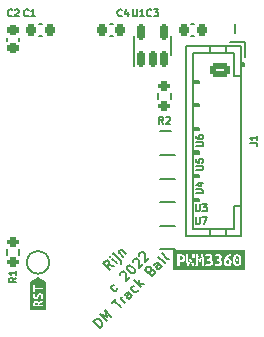
<source format=gto>
G04 #@! TF.GenerationSoftware,KiCad,Pcbnew,(6.0.5)*
G04 #@! TF.CreationDate,2022-07-09T20:48:00-07:00*
G04 #@! TF.ProjectId,track_ball,74726163-6b5f-4626-916c-6c2e6b696361,1*
G04 #@! TF.SameCoordinates,Original*
G04 #@! TF.FileFunction,Legend,Top*
G04 #@! TF.FilePolarity,Positive*
%FSLAX46Y46*%
G04 Gerber Fmt 4.6, Leading zero omitted, Abs format (unit mm)*
G04 Created by KiCad (PCBNEW (6.0.5)) date 2022-07-09 20:48:00*
%MOMM*%
%LPD*%
G01*
G04 APERTURE LIST*
G04 Aperture macros list*
%AMRoundRect*
0 Rectangle with rounded corners*
0 $1 Rounding radius*
0 $2 $3 $4 $5 $6 $7 $8 $9 X,Y pos of 4 corners*
0 Add a 4 corners polygon primitive as box body*
4,1,4,$2,$3,$4,$5,$6,$7,$8,$9,$2,$3,0*
0 Add four circle primitives for the rounded corners*
1,1,$1+$1,$2,$3*
1,1,$1+$1,$4,$5*
1,1,$1+$1,$6,$7*
1,1,$1+$1,$8,$9*
0 Add four rect primitives between the rounded corners*
20,1,$1+$1,$2,$3,$4,$5,0*
20,1,$1+$1,$4,$5,$6,$7,0*
20,1,$1+$1,$6,$7,$8,$9,0*
20,1,$1+$1,$8,$9,$2,$3,0*%
%AMFreePoly0*
4,1,7,0.100000,-0.225000,-0.100000,-0.225000,-0.100000,0.075000,-0.200000,0.075000,-0.200000,0.225000,0.100000,0.225000,0.100000,-0.225000,0.100000,-0.225000,$1*%
G04 Aperture macros list end*
%ADD10C,0.152400*%
%ADD11C,0.127000*%
%ADD12RoundRect,0.150000X0.150000X-0.512500X0.150000X0.512500X-0.150000X0.512500X-0.150000X-0.512500X0*%
%ADD13FreePoly0,90.000000*%
%ADD14R,0.450000X0.200000*%
%ADD15RoundRect,0.225000X-0.250000X0.225000X-0.250000X-0.225000X0.250000X-0.225000X0.250000X0.225000X0*%
%ADD16R,1.200000X1.200000*%
%ADD17C,1.200000*%
%ADD18C,1.500000*%
%ADD19RoundRect,0.250000X-0.625000X0.350000X-0.625000X-0.350000X0.625000X-0.350000X0.625000X0.350000X0*%
%ADD20O,1.750000X1.200000*%
%ADD21RoundRect,0.225000X-0.225000X-0.250000X0.225000X-0.250000X0.225000X0.250000X-0.225000X0.250000X0*%
%ADD22RoundRect,0.200000X0.275000X-0.200000X0.275000X0.200000X-0.275000X0.200000X-0.275000X-0.200000X0*%
%ADD23RoundRect,0.200000X-0.275000X0.200000X-0.275000X-0.200000X0.275000X-0.200000X0.275000X0.200000X0*%
%ADD24C,0.700000*%
%ADD25C,4.400000*%
%ADD26RoundRect,0.225000X0.225000X0.250000X-0.225000X0.250000X-0.225000X-0.250000X0.225000X-0.250000X0*%
G04 APERTURE END LIST*
D10*
X180872571Y-77687047D02*
X180872571Y-76912952D01*
X170955790Y-99309472D02*
X170928421Y-99391577D01*
X170818948Y-99501051D01*
X170736843Y-99528419D01*
X170682106Y-99528419D01*
X170600001Y-99501051D01*
X170435790Y-99336840D01*
X170408422Y-99254735D01*
X170408422Y-99199998D01*
X170435790Y-99117893D01*
X170545264Y-99008420D01*
X170627369Y-98981051D01*
X171120000Y-98159999D02*
X171120000Y-98105262D01*
X171147369Y-98023157D01*
X171284211Y-97886315D01*
X171366316Y-97858947D01*
X171421053Y-97858947D01*
X171503158Y-97886315D01*
X171557895Y-97941052D01*
X171612631Y-98050526D01*
X171612631Y-98707367D01*
X171968420Y-98351578D01*
X171749473Y-97421053D02*
X171804210Y-97366316D01*
X171886315Y-97338947D01*
X171941052Y-97338947D01*
X172023157Y-97366316D01*
X172159999Y-97448421D01*
X172296841Y-97585263D01*
X172378946Y-97722105D01*
X172406315Y-97804210D01*
X172406315Y-97858947D01*
X172378946Y-97941052D01*
X172324210Y-97995789D01*
X172242104Y-98023157D01*
X172187368Y-98023157D01*
X172105262Y-97995789D01*
X171968420Y-97913684D01*
X171831579Y-97776842D01*
X171749473Y-97640000D01*
X171722105Y-97557895D01*
X171722105Y-97503158D01*
X171749473Y-97421053D01*
X172214736Y-97065263D02*
X172214736Y-97010527D01*
X172242104Y-96928421D01*
X172378946Y-96791579D01*
X172461052Y-96764211D01*
X172515788Y-96764211D01*
X172597894Y-96791579D01*
X172652630Y-96846316D01*
X172707367Y-96955790D01*
X172707367Y-97612631D01*
X173063156Y-97256842D01*
X172762104Y-96517895D02*
X172762104Y-96463159D01*
X172789472Y-96381053D01*
X172926314Y-96244211D01*
X173008420Y-96216843D01*
X173063156Y-96216843D01*
X173145262Y-96244211D01*
X173199998Y-96298948D01*
X173254735Y-96408422D01*
X173254735Y-97065263D01*
X173610524Y-96709474D01*
X170604210Y-97415788D02*
X170138947Y-97333683D01*
X170275789Y-97744209D02*
X169701053Y-97169473D01*
X169920000Y-96950526D01*
X170002105Y-96923157D01*
X170056842Y-96923157D01*
X170138947Y-96950526D01*
X170221053Y-97032631D01*
X170248421Y-97114736D01*
X170248421Y-97169473D01*
X170221053Y-97251578D01*
X170002105Y-97470525D01*
X170850526Y-97169473D02*
X170467368Y-96786315D01*
X170275789Y-96594737D02*
X170275789Y-96649473D01*
X170330526Y-96649473D01*
X170330526Y-96594737D01*
X170275789Y-96594737D01*
X170330526Y-96649473D01*
X170741052Y-96512631D02*
X171233683Y-97005262D01*
X171261052Y-97087368D01*
X171233683Y-97169473D01*
X171206315Y-97196841D01*
X170549473Y-96321053D02*
X170549473Y-96375789D01*
X170604210Y-96375789D01*
X170604210Y-96321053D01*
X170549473Y-96321053D01*
X170604210Y-96375789D01*
X171014736Y-96238947D02*
X171397894Y-96622105D01*
X171069473Y-96293684D02*
X171069473Y-96238947D01*
X171096841Y-96156842D01*
X171178946Y-96074737D01*
X171261052Y-96047369D01*
X171343157Y-96074737D01*
X171644209Y-96375789D01*
X169458949Y-102661050D02*
X168884213Y-102086313D01*
X169021055Y-101949471D01*
X169130528Y-101894734D01*
X169240002Y-101894734D01*
X169322107Y-101922103D01*
X169458949Y-102004208D01*
X169541054Y-102086313D01*
X169623159Y-102223155D01*
X169650528Y-102305260D01*
X169650528Y-102414734D01*
X169595791Y-102524208D01*
X169458949Y-102661050D01*
X170033685Y-102086313D02*
X169458949Y-101511577D01*
X170061054Y-101730524D01*
X169842107Y-101128419D01*
X170416843Y-101703156D01*
X170471580Y-100498946D02*
X170800001Y-100170525D01*
X171210527Y-100909472D02*
X170635790Y-100334736D01*
X171566316Y-100553683D02*
X171183158Y-100170525D01*
X171292632Y-100279999D02*
X171265263Y-100197894D01*
X171265263Y-100143157D01*
X171292632Y-100061052D01*
X171347369Y-100006315D01*
X172168420Y-99951578D02*
X171867368Y-99650526D01*
X171785263Y-99623157D01*
X171703158Y-99650526D01*
X171593684Y-99759999D01*
X171566316Y-99842104D01*
X172141052Y-99924210D02*
X172113684Y-100006315D01*
X171976842Y-100143157D01*
X171894737Y-100170525D01*
X171812631Y-100143157D01*
X171757895Y-100088420D01*
X171730526Y-100006315D01*
X171757895Y-99924210D01*
X171894737Y-99787368D01*
X171922105Y-99705262D01*
X172661052Y-99404210D02*
X172633683Y-99486315D01*
X172524210Y-99595789D01*
X172442104Y-99623157D01*
X172387368Y-99623157D01*
X172305262Y-99595789D01*
X172141052Y-99431579D01*
X172113684Y-99349473D01*
X172113684Y-99294737D01*
X172141052Y-99212631D01*
X172250526Y-99103158D01*
X172332631Y-99075789D01*
X172934736Y-99185263D02*
X172359999Y-98610527D01*
X172770525Y-98911579D02*
X173153683Y-98966316D01*
X172770525Y-98583158D02*
X172770525Y-99021053D01*
X173728419Y-97789475D02*
X173837893Y-97734738D01*
X173892630Y-97734738D01*
X173974735Y-97762106D01*
X174056840Y-97844211D01*
X174084208Y-97926317D01*
X174084208Y-97981053D01*
X174056840Y-98063159D01*
X173837893Y-98282106D01*
X173263156Y-97707369D01*
X173454735Y-97515791D01*
X173536840Y-97488422D01*
X173591577Y-97488422D01*
X173673682Y-97515791D01*
X173728419Y-97570527D01*
X173755788Y-97652633D01*
X173755788Y-97707369D01*
X173728419Y-97789475D01*
X173536840Y-97981053D01*
X174658945Y-97461054D02*
X174357892Y-97160001D01*
X174275787Y-97132633D01*
X174193682Y-97160001D01*
X174084208Y-97269475D01*
X174056840Y-97351580D01*
X174631576Y-97433685D02*
X174604208Y-97515791D01*
X174467366Y-97652633D01*
X174385261Y-97680001D01*
X174303156Y-97652633D01*
X174248419Y-97597896D01*
X174221050Y-97515791D01*
X174248419Y-97433685D01*
X174385261Y-97296843D01*
X174412629Y-97214738D01*
X175014734Y-97105265D02*
X174932629Y-97132633D01*
X174850524Y-97105265D01*
X174357892Y-96612633D01*
X175315786Y-96804212D02*
X175233681Y-96831581D01*
X175151576Y-96804212D01*
X174658945Y-96311581D01*
D11*
X172235542Y-75666171D02*
X172235542Y-76159657D01*
X172264571Y-76217714D01*
X172293600Y-76246742D01*
X172351657Y-76275771D01*
X172467771Y-76275771D01*
X172525828Y-76246742D01*
X172554857Y-76217714D01*
X172583885Y-76159657D01*
X172583885Y-75666171D01*
X173193485Y-76275771D02*
X172845142Y-76275771D01*
X173019314Y-76275771D02*
X173019314Y-75666171D01*
X172961257Y-75753257D01*
X172903200Y-75811314D01*
X172845142Y-75840342D01*
X177566171Y-89264457D02*
X178059657Y-89264457D01*
X178117714Y-89235428D01*
X178146742Y-89206400D01*
X178175771Y-89148342D01*
X178175771Y-89032228D01*
X178146742Y-88974171D01*
X178117714Y-88945142D01*
X178059657Y-88916114D01*
X177566171Y-88916114D01*
X177566171Y-88335542D02*
X177566171Y-88625828D01*
X177856457Y-88654857D01*
X177827428Y-88625828D01*
X177798400Y-88567771D01*
X177798400Y-88422628D01*
X177827428Y-88364571D01*
X177856457Y-88335542D01*
X177914514Y-88306514D01*
X178059657Y-88306514D01*
X178117714Y-88335542D01*
X178146742Y-88364571D01*
X178175771Y-88422628D01*
X178175771Y-88567771D01*
X178146742Y-88625828D01*
X178117714Y-88654857D01*
X161998400Y-76217714D02*
X161969371Y-76246742D01*
X161882285Y-76275771D01*
X161824228Y-76275771D01*
X161737142Y-76246742D01*
X161679085Y-76188685D01*
X161650057Y-76130628D01*
X161621028Y-76014514D01*
X161621028Y-75927428D01*
X161650057Y-75811314D01*
X161679085Y-75753257D01*
X161737142Y-75695200D01*
X161824228Y-75666171D01*
X161882285Y-75666171D01*
X161969371Y-75695200D01*
X161998400Y-75724228D01*
X162230628Y-75724228D02*
X162259657Y-75695200D01*
X162317714Y-75666171D01*
X162462857Y-75666171D01*
X162520914Y-75695200D01*
X162549942Y-75724228D01*
X162578971Y-75782285D01*
X162578971Y-75840342D01*
X162549942Y-75927428D01*
X162201600Y-76275771D01*
X162578971Y-76275771D01*
X177535542Y-93266171D02*
X177535542Y-93759657D01*
X177564571Y-93817714D01*
X177593600Y-93846742D01*
X177651657Y-93875771D01*
X177767771Y-93875771D01*
X177825828Y-93846742D01*
X177854857Y-93817714D01*
X177883885Y-93759657D01*
X177883885Y-93266171D01*
X178116114Y-93266171D02*
X178522514Y-93266171D01*
X178261257Y-93875771D01*
X177535542Y-92166171D02*
X177535542Y-92659657D01*
X177564571Y-92717714D01*
X177593600Y-92746742D01*
X177651657Y-92775771D01*
X177767771Y-92775771D01*
X177825828Y-92746742D01*
X177854857Y-92717714D01*
X177883885Y-92659657D01*
X177883885Y-92166171D01*
X178116114Y-92166171D02*
X178493485Y-92166171D01*
X178290285Y-92398400D01*
X178377371Y-92398400D01*
X178435428Y-92427428D01*
X178464457Y-92456457D01*
X178493485Y-92514514D01*
X178493485Y-92659657D01*
X178464457Y-92717714D01*
X178435428Y-92746742D01*
X178377371Y-92775771D01*
X178203200Y-92775771D01*
X178145142Y-92746742D01*
X178116114Y-92717714D01*
X177566171Y-91264457D02*
X178059657Y-91264457D01*
X178117714Y-91235428D01*
X178146742Y-91206400D01*
X178175771Y-91148342D01*
X178175771Y-91032228D01*
X178146742Y-90974171D01*
X178117714Y-90945142D01*
X178059657Y-90916114D01*
X177566171Y-90916114D01*
X177769371Y-90364571D02*
X178175771Y-90364571D01*
X177537142Y-90509714D02*
X177972571Y-90654857D01*
X177972571Y-90277485D01*
X182166171Y-87003200D02*
X182601600Y-87003200D01*
X182688685Y-87032228D01*
X182746742Y-87090285D01*
X182775771Y-87177371D01*
X182775771Y-87235428D01*
X182775771Y-86393600D02*
X182775771Y-86741942D01*
X182775771Y-86567771D02*
X182166171Y-86567771D01*
X182253257Y-86625828D01*
X182311314Y-86683885D01*
X182340342Y-86741942D01*
X163398400Y-76217714D02*
X163369371Y-76246742D01*
X163282285Y-76275771D01*
X163224228Y-76275771D01*
X163137142Y-76246742D01*
X163079085Y-76188685D01*
X163050057Y-76130628D01*
X163021028Y-76014514D01*
X163021028Y-75927428D01*
X163050057Y-75811314D01*
X163079085Y-75753257D01*
X163137142Y-75695200D01*
X163224228Y-75666171D01*
X163282285Y-75666171D01*
X163369371Y-75695200D01*
X163398400Y-75724228D01*
X163978971Y-76275771D02*
X163630628Y-76275771D01*
X163804800Y-76275771D02*
X163804800Y-75666171D01*
X163746742Y-75753257D01*
X163688685Y-75811314D01*
X163630628Y-75840342D01*
X174798400Y-85375771D02*
X174595200Y-85085485D01*
X174450057Y-85375771D02*
X174450057Y-84766171D01*
X174682285Y-84766171D01*
X174740342Y-84795200D01*
X174769371Y-84824228D01*
X174798400Y-84882285D01*
X174798400Y-84969371D01*
X174769371Y-85027428D01*
X174740342Y-85056457D01*
X174682285Y-85085485D01*
X174450057Y-85085485D01*
X175030628Y-84824228D02*
X175059657Y-84795200D01*
X175117714Y-84766171D01*
X175262857Y-84766171D01*
X175320914Y-84795200D01*
X175349942Y-84824228D01*
X175378971Y-84882285D01*
X175378971Y-84940342D01*
X175349942Y-85027428D01*
X175001600Y-85375771D01*
X175378971Y-85375771D01*
X177566171Y-87264457D02*
X178059657Y-87264457D01*
X178117714Y-87235428D01*
X178146742Y-87206400D01*
X178175771Y-87148342D01*
X178175771Y-87032228D01*
X178146742Y-86974171D01*
X178117714Y-86945142D01*
X178059657Y-86916114D01*
X177566171Y-86916114D01*
X177566171Y-86364571D02*
X177566171Y-86480685D01*
X177595200Y-86538742D01*
X177624228Y-86567771D01*
X177711314Y-86625828D01*
X177827428Y-86654857D01*
X178059657Y-86654857D01*
X178117714Y-86625828D01*
X178146742Y-86596800D01*
X178175771Y-86538742D01*
X178175771Y-86422628D01*
X178146742Y-86364571D01*
X178117714Y-86335542D01*
X178059657Y-86306514D01*
X177914514Y-86306514D01*
X177856457Y-86335542D01*
X177827428Y-86364571D01*
X177798400Y-86422628D01*
X177798400Y-86538742D01*
X177827428Y-86596800D01*
X177856457Y-86625828D01*
X177914514Y-86654857D01*
X162375771Y-98401600D02*
X162085485Y-98604800D01*
X162375771Y-98749942D02*
X161766171Y-98749942D01*
X161766171Y-98517714D01*
X161795200Y-98459657D01*
X161824228Y-98430628D01*
X161882285Y-98401600D01*
X161969371Y-98401600D01*
X162027428Y-98430628D01*
X162056457Y-98459657D01*
X162085485Y-98517714D01*
X162085485Y-98749942D01*
X162375771Y-97821028D02*
X162375771Y-98169371D01*
X162375771Y-97995200D02*
X161766171Y-97995200D01*
X161853257Y-98053257D01*
X161911314Y-98111314D01*
X161940342Y-98169371D01*
X171298400Y-76217714D02*
X171269371Y-76246742D01*
X171182285Y-76275771D01*
X171124228Y-76275771D01*
X171037142Y-76246742D01*
X170979085Y-76188685D01*
X170950057Y-76130628D01*
X170921028Y-76014514D01*
X170921028Y-75927428D01*
X170950057Y-75811314D01*
X170979085Y-75753257D01*
X171037142Y-75695200D01*
X171124228Y-75666171D01*
X171182285Y-75666171D01*
X171269371Y-75695200D01*
X171298400Y-75724228D01*
X171820914Y-75869371D02*
X171820914Y-76275771D01*
X171675771Y-75637142D02*
X171530628Y-76072571D01*
X171908000Y-76072571D01*
X173798400Y-76217714D02*
X173769371Y-76246742D01*
X173682285Y-76275771D01*
X173624228Y-76275771D01*
X173537142Y-76246742D01*
X173479085Y-76188685D01*
X173450057Y-76130628D01*
X173421028Y-76014514D01*
X173421028Y-75927428D01*
X173450057Y-75811314D01*
X173479085Y-75753257D01*
X173537142Y-75695200D01*
X173624228Y-75666171D01*
X173682285Y-75666171D01*
X173769371Y-75695200D01*
X173798400Y-75724228D01*
X174001600Y-75666171D02*
X174378971Y-75666171D01*
X174175771Y-75898400D01*
X174262857Y-75898400D01*
X174320914Y-75927428D01*
X174349942Y-75956457D01*
X174378971Y-76014514D01*
X174378971Y-76159657D01*
X174349942Y-76217714D01*
X174320914Y-76246742D01*
X174262857Y-76275771D01*
X174088685Y-76275771D01*
X174030628Y-76246742D01*
X174001600Y-76217714D01*
X175460000Y-78700000D02*
X175460000Y-77900000D01*
X172340000Y-78700000D02*
X172340000Y-77900000D01*
X175460000Y-78700000D02*
X175460000Y-79500000D01*
X172340000Y-78700000D02*
X172340000Y-80500000D01*
X174500000Y-90000000D02*
X175800000Y-90000000D01*
X174500000Y-88000000D02*
X175500000Y-88000000D01*
X161590000Y-78059420D02*
X161590000Y-78340580D01*
X162610000Y-78059420D02*
X162610000Y-78340580D01*
X174500000Y-94000000D02*
X175500000Y-94000000D01*
X174500000Y-96000000D02*
X175800000Y-96000000D01*
X174500000Y-92000000D02*
X175500000Y-92000000D01*
X174500000Y-94000000D02*
X175800000Y-94000000D01*
X165150000Y-97100000D02*
G75*
G03*
X165150000Y-97100000I-950000J0D01*
G01*
X174500000Y-92000000D02*
X175800000Y-92000000D01*
X174500000Y-90000000D02*
X175500000Y-90000000D01*
X181510000Y-80500000D02*
X181510000Y-80200000D01*
X178800000Y-78740000D02*
X178800000Y-79350000D01*
X176690000Y-94860000D02*
X181410000Y-94860000D01*
X181410000Y-81300000D02*
X180800000Y-81300000D01*
X177800000Y-81900000D02*
X177300000Y-81900000D01*
X180800000Y-81300000D02*
X180800000Y-79350000D01*
X181710000Y-78440000D02*
X180460000Y-78440000D01*
X180800000Y-79350000D02*
X177300000Y-79350000D01*
X177300000Y-83700000D02*
X177800000Y-83700000D01*
X177300000Y-89800000D02*
X177800000Y-89800000D01*
X177300000Y-87700000D02*
X177800000Y-87700000D01*
X177800000Y-87700000D02*
X177800000Y-87900000D01*
X181610000Y-80200000D02*
X181410000Y-80200000D01*
X177800000Y-91900000D02*
X177300000Y-91900000D01*
X177300000Y-81700000D02*
X177800000Y-81700000D01*
X177300000Y-89700000D02*
X177800000Y-89700000D01*
X177800000Y-83900000D02*
X177300000Y-83900000D01*
X177800000Y-83700000D02*
X177800000Y-83900000D01*
X177300000Y-87800000D02*
X177800000Y-87800000D01*
X177300000Y-94250000D02*
X180800000Y-94250000D01*
X181710000Y-79690000D02*
X181710000Y-78440000D01*
X177300000Y-85800000D02*
X177800000Y-85800000D01*
X181410000Y-78740000D02*
X176690000Y-78740000D01*
X177300000Y-85700000D02*
X177800000Y-85700000D01*
X180800000Y-94250000D02*
X180800000Y-92300000D01*
X177800000Y-87900000D02*
X177300000Y-87900000D01*
X180100000Y-78740000D02*
X180100000Y-79350000D01*
X177800000Y-89700000D02*
X177800000Y-89900000D01*
X177800000Y-89900000D02*
X177300000Y-89900000D01*
X177300000Y-81800000D02*
X177800000Y-81800000D01*
X177300000Y-91700000D02*
X177800000Y-91700000D01*
X177800000Y-91700000D02*
X177800000Y-91900000D01*
X180100000Y-94860000D02*
X180100000Y-94250000D01*
X178800000Y-94860000D02*
X178800000Y-94250000D01*
X176690000Y-78740000D02*
X176690000Y-94860000D01*
X181410000Y-94860000D02*
X181410000Y-78740000D01*
X177800000Y-81700000D02*
X177800000Y-81900000D01*
X177800000Y-85700000D02*
X177800000Y-85900000D01*
X177300000Y-83800000D02*
X177800000Y-83800000D01*
X180800000Y-92300000D02*
X181410000Y-92300000D01*
X177300000Y-79350000D02*
X177300000Y-94250000D01*
X181610000Y-80500000D02*
X181610000Y-80200000D01*
X177800000Y-85900000D02*
X177300000Y-85900000D01*
X177300000Y-91800000D02*
X177800000Y-91800000D01*
X181410000Y-80500000D02*
X181610000Y-80500000D01*
X164259420Y-77910000D02*
X164540580Y-77910000D01*
X164259420Y-76890000D02*
X164540580Y-76890000D01*
X175422500Y-83237258D02*
X175422500Y-82762742D01*
X174377500Y-83237258D02*
X174377500Y-82762742D01*
X174500000Y-86000000D02*
X175500000Y-86000000D01*
X174500000Y-88000000D02*
X175800000Y-88000000D01*
X162622500Y-95962742D02*
X162622500Y-96437258D01*
X161577500Y-95962742D02*
X161577500Y-96437258D01*
G36*
X163525207Y-101091849D02*
G01*
X163525207Y-100624066D01*
X163798680Y-100624066D01*
X163799950Y-100668516D01*
X163803125Y-100721856D01*
X163809475Y-100777101D01*
X163819000Y-100827266D01*
X164593700Y-100827266D01*
X164593700Y-100671056D01*
X164304140Y-100671056D01*
X164304140Y-100589776D01*
X164376054Y-100546755D01*
X164447015Y-100506591D01*
X164518929Y-100470237D01*
X164593700Y-100438646D01*
X164593700Y-100274816D01*
X164510515Y-100311011D01*
X164422885Y-100354826D01*
X164339065Y-100401816D01*
X164266040Y-100447536D01*
X164230163Y-100391974D01*
X164180950Y-100354826D01*
X164121895Y-100333871D01*
X164056490Y-100326886D01*
X163994736Y-100332125D01*
X163941555Y-100347841D01*
X163860910Y-100408166D01*
X163833287Y-100451346D01*
X163813920Y-100502146D01*
X163802490Y-100559931D01*
X163798680Y-100624066D01*
X163525207Y-100624066D01*
X163525207Y-99929376D01*
X163789790Y-99929376D01*
X163796704Y-100007199D01*
X163817448Y-100073027D01*
X163852020Y-100126861D01*
X163926315Y-100180677D01*
X164024740Y-100198616D01*
X164118085Y-100178296D01*
X164180950Y-100126861D01*
X164222860Y-100057646D01*
X164252070Y-99983986D01*
X164274295Y-99930646D01*
X164300965Y-99882386D01*
X164334620Y-99846826D01*
X164377800Y-99832856D01*
X164415265Y-99838571D01*
X164448285Y-99859526D01*
X164471145Y-99900801D01*
X164479400Y-99966206D01*
X164474955Y-100029547D01*
X164461620Y-100082411D01*
X164423520Y-100164326D01*
X164550520Y-100210046D01*
X164589255Y-100122416D01*
X164604971Y-100054154D01*
X164610210Y-99966206D01*
X164603507Y-99877094D01*
X164583399Y-99804493D01*
X164549885Y-99748401D01*
X164477019Y-99694585D01*
X164379070Y-99676646D01*
X164319856Y-99682044D01*
X164271755Y-99698236D01*
X164200635Y-99753481D01*
X164154915Y-99827141D01*
X164123800Y-99903976D01*
X164104750Y-99952871D01*
X164081255Y-99997321D01*
X164050775Y-100029706D01*
X164010770Y-100042406D01*
X163960676Y-100028577D01*
X163930619Y-99987091D01*
X163920600Y-99917946D01*
X163933300Y-99828411D01*
X163963780Y-99757926D01*
X163843130Y-99712206D01*
X163806300Y-99803011D01*
X163793917Y-99861590D01*
X163789790Y-99929376D01*
X163525207Y-99929376D01*
X163525207Y-99594096D01*
X163807570Y-99594096D01*
X163937110Y-99594096D01*
X163937110Y-99387086D01*
X164593700Y-99387086D01*
X164593700Y-99229606D01*
X163937110Y-99229606D01*
X163937110Y-99022596D01*
X163807570Y-99022596D01*
X163807570Y-99594096D01*
X163525207Y-99594096D01*
X163525207Y-98758013D01*
X164200000Y-98308151D01*
X164874793Y-98758013D01*
X164874793Y-101091849D01*
X163525207Y-101091849D01*
G37*
G36*
X164143485Y-100521196D02*
G01*
X164166821Y-100567869D01*
X164174600Y-100636766D01*
X164174600Y-100671056D01*
X163938380Y-100671056D01*
X163935205Y-100645656D01*
X163934570Y-100624066D01*
X163941872Y-100567869D01*
X163963780Y-100523736D01*
X164001245Y-100495161D01*
X164055220Y-100485636D01*
X164143485Y-100521196D01*
G37*
X170540580Y-77910000D02*
X170259420Y-77910000D01*
X170540580Y-76890000D02*
X170259420Y-76890000D01*
G36*
X180328378Y-96935520D02*
G01*
X180374019Y-96965881D01*
X180407356Y-97080975D01*
X180400213Y-97136537D01*
X180377988Y-97188925D01*
X180339094Y-97228612D01*
X180281944Y-97244487D01*
X180212888Y-97224644D01*
X180169231Y-97171462D01*
X180147006Y-97096056D01*
X180140656Y-97007950D01*
X180141450Y-96977787D01*
X180143831Y-96949212D01*
X180196219Y-96931750D01*
X180258131Y-96925400D01*
X180328378Y-96935520D01*
G37*
G36*
X175661790Y-96056508D02*
G01*
X181738210Y-96056508D01*
X181738210Y-97743492D01*
X175661790Y-97743492D01*
X175661790Y-97392125D01*
X175992519Y-97392125D01*
X176187781Y-97392125D01*
X176187781Y-97060337D01*
X176257631Y-97060337D01*
X176375018Y-97051606D01*
X176473178Y-97025412D01*
X176552113Y-96981756D01*
X176609880Y-96918521D01*
X176644540Y-96833590D01*
X176656094Y-96726962D01*
X176644628Y-96621394D01*
X176610233Y-96537521D01*
X176552906Y-96475344D01*
X176474766Y-96432569D01*
X176387576Y-96409462D01*
X176737056Y-96409462D01*
X176740628Y-96530708D01*
X176744994Y-96656319D01*
X176750352Y-96783716D01*
X176756900Y-96910319D01*
X176764639Y-97035731D01*
X176773569Y-97159556D01*
X176783887Y-97279214D01*
X176795794Y-97392125D01*
X176957719Y-97392125D01*
X176991056Y-97287747D01*
X177027569Y-97174637D01*
X177064875Y-97061528D01*
X177100594Y-96957150D01*
X177135519Y-97064505D01*
X177170444Y-97177019D01*
X177205369Y-97288342D01*
X177240294Y-97392125D01*
X177402219Y-97392125D01*
X177530806Y-97392125D01*
X177710194Y-97392125D01*
X177702256Y-96628537D01*
X177818144Y-97044462D01*
X177961019Y-97044462D01*
X178081669Y-96628537D01*
X178072144Y-97392125D01*
X178251531Y-97392125D01*
X178250583Y-97358787D01*
X178353131Y-97358787D01*
X178402344Y-97376250D01*
X178471400Y-97393712D01*
X178549188Y-97407206D01*
X178626181Y-97412762D01*
X178717859Y-97407008D01*
X178796044Y-97389744D01*
X178861131Y-97361962D01*
X178865590Y-97358787D01*
X179146881Y-97358787D01*
X179196094Y-97376250D01*
X179265150Y-97393712D01*
X179342938Y-97407206D01*
X179419931Y-97412762D01*
X179511609Y-97407008D01*
X179589794Y-97389744D01*
X179654881Y-97361962D01*
X179707269Y-97324656D01*
X179775531Y-97225437D01*
X179797756Y-97100025D01*
X179787239Y-97020253D01*
X179773401Y-96990487D01*
X179948569Y-96990487D01*
X179958182Y-97122691D01*
X179987022Y-97229318D01*
X180035088Y-97310369D01*
X180101498Y-97367254D01*
X180185371Y-97401385D01*
X180286706Y-97412762D01*
X180362113Y-97405023D01*
X180426406Y-97381806D01*
X180523244Y-97301637D01*
X180579600Y-97193687D01*
X180597856Y-97077800D01*
X180581188Y-96957150D01*
X180549022Y-96898412D01*
X180724856Y-96898412D01*
X180730313Y-97020253D01*
X180746684Y-97125425D01*
X180773970Y-97213928D01*
X180812169Y-97285762D01*
X180879197Y-97356318D01*
X180963863Y-97398651D01*
X181066169Y-97412762D01*
X181168474Y-97398651D01*
X181253141Y-97356318D01*
X181320169Y-97285762D01*
X181358368Y-97213928D01*
X181385653Y-97125425D01*
X181402024Y-97020253D01*
X181407481Y-96898412D01*
X181402024Y-96777316D01*
X181385653Y-96672789D01*
X181358368Y-96584832D01*
X181320169Y-96513444D01*
X181253141Y-96443329D01*
X181168474Y-96401260D01*
X181066169Y-96387237D01*
X180965451Y-96401349D01*
X180881313Y-96443682D01*
X180813756Y-96514237D01*
X180774863Y-96585873D01*
X180747081Y-96673781D01*
X180730413Y-96777961D01*
X180724856Y-96898412D01*
X180549022Y-96898412D01*
X180526419Y-96857137D01*
X180428788Y-96788875D01*
X180362708Y-96769825D01*
X180283531Y-96763475D01*
X180232731Y-96770619D01*
X180173994Y-96790462D01*
X180228763Y-96687275D01*
X180316869Y-96619806D01*
X180427994Y-96582500D01*
X180551819Y-96569800D01*
X180540706Y-96403112D01*
X180413309Y-96412637D01*
X180297819Y-96441212D01*
X180196219Y-96488441D01*
X180110494Y-96553925D01*
X180041636Y-96637269D01*
X179990638Y-96738075D01*
X179959086Y-96855947D01*
X179948569Y-96990487D01*
X179773401Y-96990487D01*
X179755688Y-96952387D01*
X179705086Y-96898016D01*
X179637419Y-96858725D01*
X179726319Y-96776175D01*
X179759656Y-96663462D01*
X179740606Y-96553925D01*
X179681869Y-96465819D01*
X179581063Y-96407875D01*
X179514586Y-96392397D01*
X179437394Y-96387237D01*
X179353058Y-96394580D01*
X179277850Y-96416606D01*
X179164344Y-96474550D01*
X179234194Y-96617425D01*
X179328650Y-96572181D01*
X179438981Y-96553925D01*
X179528675Y-96584881D01*
X179561219Y-96669812D01*
X179546138Y-96730137D01*
X179507244Y-96768237D01*
X179453269Y-96788875D01*
X179392944Y-96795225D01*
X179319919Y-96795225D01*
X179319919Y-96957150D01*
X179380244Y-96957150D01*
X179467159Y-96964889D01*
X179537406Y-96988106D01*
X179583841Y-97030770D01*
X179599319Y-97096850D01*
X179558838Y-97203212D01*
X179503473Y-97235359D01*
X179418344Y-97246075D01*
X179343136Y-97241709D01*
X179279438Y-97228612D01*
X179184981Y-97195275D01*
X179146881Y-97358787D01*
X178865590Y-97358787D01*
X178913519Y-97324656D01*
X178981781Y-97225437D01*
X179004006Y-97100025D01*
X178993489Y-97020253D01*
X178961938Y-96952387D01*
X178911336Y-96898016D01*
X178843669Y-96858725D01*
X178932569Y-96776175D01*
X178965906Y-96663462D01*
X178946856Y-96553925D01*
X178888119Y-96465819D01*
X178787313Y-96407875D01*
X178720836Y-96392397D01*
X178643644Y-96387237D01*
X178559308Y-96394580D01*
X178484100Y-96416606D01*
X178370594Y-96474550D01*
X178440444Y-96617425D01*
X178534900Y-96572181D01*
X178645231Y-96553925D01*
X178734925Y-96584881D01*
X178767469Y-96669812D01*
X178752388Y-96730137D01*
X178713494Y-96768237D01*
X178659519Y-96788875D01*
X178599194Y-96795225D01*
X178526169Y-96795225D01*
X178526169Y-96957150D01*
X178586494Y-96957150D01*
X178673409Y-96964889D01*
X178743656Y-96988106D01*
X178790091Y-97030770D01*
X178805569Y-97096850D01*
X178765088Y-97203212D01*
X178709723Y-97235359D01*
X178624594Y-97246075D01*
X178549386Y-97241709D01*
X178485688Y-97228612D01*
X178391231Y-97195275D01*
X178353131Y-97358787D01*
X178250583Y-97358787D01*
X178247959Y-97266514D01*
X178243594Y-97143681D01*
X178238236Y-97022634D01*
X178231688Y-96902381D01*
X178223750Y-96781930D01*
X178214225Y-96660287D01*
X178203708Y-96536462D01*
X178192794Y-96409462D01*
X178030869Y-96409462D01*
X178002294Y-96493600D01*
X177967369Y-96602344D01*
X177927681Y-96722994D01*
X177887994Y-96844437D01*
X177851481Y-96730137D01*
X177813381Y-96607900D01*
X177777663Y-96495187D01*
X177749881Y-96409462D01*
X177587956Y-96409462D01*
X177577439Y-96517016D01*
X177568113Y-96633300D01*
X177559977Y-96755934D01*
X177553031Y-96882537D01*
X177546880Y-97011522D01*
X177541125Y-97141300D01*
X177535767Y-97269094D01*
X177530806Y-97392125D01*
X177402219Y-97392125D01*
X177412736Y-97279412D01*
X177422063Y-97160350D01*
X177430198Y-97037120D01*
X177437144Y-96911906D01*
X177443097Y-96785303D01*
X177448256Y-96657906D01*
X177453019Y-96531898D01*
X177457781Y-96409462D01*
X177276806Y-96409462D01*
X177277203Y-96504911D01*
X177278394Y-96603931D01*
X177279981Y-96704142D01*
X177281569Y-96803162D01*
X177283156Y-96900595D01*
X177284744Y-96996044D01*
X177285934Y-97087523D01*
X177286331Y-97173050D01*
X177250613Y-97046050D01*
X177217275Y-96930162D01*
X177189494Y-96831737D01*
X177170444Y-96757125D01*
X177027569Y-96757125D01*
X177005344Y-96834912D01*
X176974388Y-96942862D01*
X176939463Y-97061925D01*
X176906919Y-97173050D01*
X176907316Y-97087523D01*
X176908506Y-96996044D01*
X176910094Y-96900397D01*
X176911681Y-96802369D01*
X176913269Y-96702952D01*
X176914856Y-96603137D01*
X176916444Y-96504712D01*
X176918031Y-96409462D01*
X176737056Y-96409462D01*
X176387576Y-96409462D01*
X176377928Y-96406905D01*
X176262394Y-96398350D01*
X176200481Y-96399937D01*
X176129044Y-96403906D01*
X176056812Y-96411050D01*
X175992519Y-96422162D01*
X175992519Y-97392125D01*
X175661790Y-97392125D01*
X175661790Y-96056508D01*
G37*
G36*
X176354667Y-96577142D02*
G01*
X176409238Y-96603931D01*
X176444361Y-96652152D01*
X176456069Y-96725375D01*
X176444163Y-96802567D01*
X176408444Y-96853169D01*
X176349309Y-96881148D01*
X176267156Y-96890475D01*
X176187781Y-96890475D01*
X176187781Y-96572975D01*
X176236200Y-96569006D01*
X176284619Y-96568212D01*
X176354667Y-96577142D01*
G37*
G36*
X181066169Y-97244487D02*
G01*
X180995922Y-97222461D01*
X180943931Y-97156381D01*
X180920119Y-97088560D01*
X180905831Y-97002570D01*
X180901069Y-96898412D01*
X180901801Y-96882537D01*
X180978856Y-96882537D01*
X181002669Y-96956356D01*
X181067756Y-96987312D01*
X181130463Y-96956356D01*
X181155069Y-96882537D01*
X181130463Y-96807925D01*
X181067756Y-96776175D01*
X181002669Y-96807925D01*
X180978856Y-96882537D01*
X180901801Y-96882537D01*
X180905831Y-96795137D01*
X180920119Y-96709676D01*
X180943931Y-96642031D01*
X180995922Y-96575952D01*
X181066169Y-96553925D01*
X181137408Y-96575952D01*
X181189200Y-96642031D01*
X181212572Y-96709676D01*
X181226594Y-96795137D01*
X181231269Y-96898412D01*
X181226594Y-97002570D01*
X181212572Y-97088560D01*
X181189200Y-97156381D01*
X181137408Y-97222461D01*
X181067756Y-97243997D01*
X181066169Y-97244487D01*
G37*
X177159420Y-77910000D02*
X177440580Y-77910000D01*
X177159420Y-76890000D02*
X177440580Y-76890000D01*
%LPC*%
D12*
X172950000Y-79837500D03*
X173900000Y-79837500D03*
X174850000Y-79837500D03*
X174850000Y-77562500D03*
X172950000Y-77562500D03*
D13*
X175675000Y-89500000D03*
D14*
X175675000Y-89000000D03*
X175675000Y-88500000D03*
X174325000Y-88500000D03*
X174325000Y-89000000D03*
X174325000Y-89500000D03*
D15*
X162100000Y-77425000D03*
X162100000Y-78975000D03*
D13*
X175675000Y-95500000D03*
D14*
X175675000Y-95000000D03*
X175675000Y-94500000D03*
X174325000Y-94500000D03*
X174325000Y-95000000D03*
X174325000Y-95500000D03*
D13*
X175675000Y-93500000D03*
D14*
X175675000Y-93000000D03*
X175675000Y-92500000D03*
X174325000Y-92500000D03*
X174325000Y-93000000D03*
X174325000Y-93500000D03*
D16*
X162100000Y-81150000D03*
D17*
X162100000Y-82930000D03*
X162100000Y-84710000D03*
X162100000Y-86490000D03*
X162100000Y-88270000D03*
X162100000Y-90050000D03*
X162100000Y-91830000D03*
X162100000Y-93610000D03*
X172800000Y-94500000D03*
X172800000Y-92720000D03*
X172800000Y-90940000D03*
X172800000Y-89160000D03*
X172800000Y-87380000D03*
X172800000Y-85600000D03*
X172800000Y-83820000D03*
X172800000Y-82040000D03*
D18*
X164200000Y-97100000D03*
D13*
X175675000Y-91500000D03*
D14*
X175675000Y-91000000D03*
X175675000Y-90500000D03*
X174325000Y-90500000D03*
X174325000Y-91000000D03*
X174325000Y-91500000D03*
D19*
X179600000Y-80800000D03*
D20*
X179600000Y-82800000D03*
X179600000Y-84800000D03*
X179600000Y-86800000D03*
X179600000Y-88800000D03*
X179600000Y-90800000D03*
X179600000Y-92800000D03*
D21*
X163625000Y-77400000D03*
X165175000Y-77400000D03*
D22*
X174900000Y-83825000D03*
X174900000Y-82175000D03*
D13*
X175675000Y-87500000D03*
D14*
X175675000Y-87000000D03*
X175675000Y-86500000D03*
X174325000Y-86500000D03*
X174325000Y-87000000D03*
X174325000Y-87500000D03*
D23*
X162100000Y-95375000D03*
X162100000Y-97025000D03*
D24*
X167450000Y-73000000D03*
X166283274Y-75816726D03*
X165800000Y-74650000D03*
D25*
X167450000Y-74650000D03*
D24*
X168616726Y-75816726D03*
X169100000Y-74650000D03*
X166283274Y-73483274D03*
X167450000Y-76300000D03*
X168616726Y-73483274D03*
D26*
X171175000Y-77400000D03*
X169625000Y-77400000D03*
D25*
X167450000Y-99150000D03*
D24*
X166283274Y-97983274D03*
X166283274Y-100316726D03*
X168616726Y-100316726D03*
X167450000Y-97500000D03*
X169100000Y-99150000D03*
X168616726Y-97983274D03*
X167450000Y-100800000D03*
X165800000Y-99150000D03*
D21*
X176525000Y-77400000D03*
X178075000Y-77400000D03*
M02*

</source>
